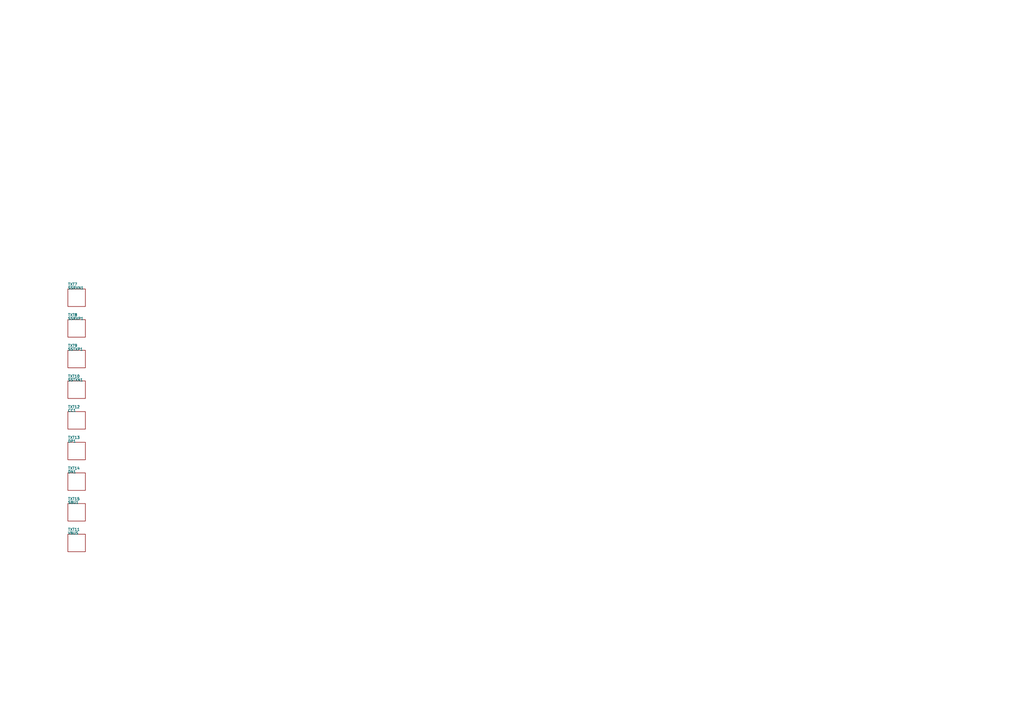
<source format=kicad_sch>
(kicad_sch (version 20230121) (generator jitx)
  (paper "A4")
  (title_block (title "") (date "") (rev "") (company "") (comment 1 "") (comment 2 "") (comment 3 "") (comment 4 ""))
  (lib_symbols
    (symbol "GND"
      (property "Value" "GND" (at -2.54 -3.81 0.0))
      (symbol "GND_1_0"
        (pin power_in line (at 0.0 0.0 270) (length 0.0) (name "GND") (number "~"))
        (polyline (pts (xy 0.0 0.0) (xy 0.0 -1.27)) (stroke (width 0.127)))
        (polyline (pts (xy -1.27 -1.27) (xy 1.27 -1.27)) (stroke (width 0.254)))
        (polyline (pts (xy -0.762 -1.778) (xy 0.762 -1.778)) (stroke (width 0.254)))
        (polyline (pts (xy -0.254 -2.286) (xy 0.254 -2.286)) (stroke (width 0.254)))
      )
    )
    (symbol "header_symbol"
      (property "Reference" "U" (at -2.54 3.81 0.0))
      (property "Value" "header_symbol" (at -2.54 3.175 0.0))
      (symbol "header_symbol_1_0"
        (pin unspecified line (at -5.08 1.27 0) (length 2.54) (name "1") (number "~"))
        (pin unspecified line (at -5.08 -1.27 0) (length 2.54) (name "2") (number "~"))
        (rectangle (start -2.56032 -2.54) (end -0.0203200000000001 2.54) (stroke (width 0.0)))
      )
    )
    (symbol "ALTIUM_POWER_GND_POWER"
      (property "Value" "ALTIUM_POWER_GND_POWER" (at 19.05 -6.35 0.0))
      (symbol "ALTIUM_POWER_GND_POWER_1_0"
        (pin unspecified line (at 0.0 0.0 0) (length 0.0) (name "0") (number "~"))
        (polyline (pts (xy 0.0 0.0) (xy 3.2258 0.0)) (stroke (width 0.127)))
        (polyline (pts (xy 3.2258 -3.556) (xy 3.2258 3.556)) (stroke (width 0.254)))
        (polyline (pts (xy 4.306443 -2.7432) (xy 4.306443 2.7432)) (stroke (width 0.254)))
        (polyline (pts (xy 5.370957 -1.9558) (xy 5.370957 1.9558)) (stroke (width 0.254)))
        (polyline (pts (xy 6.4516 -1.1684) (xy 6.4516 1.1684)) (stroke (width 0.254)))
      )
    )
    (symbol "Sym0402WGJ0750TCE"
      (symbol "Sym0402WGJ0750TCE_1_0"
        (pin unspecified line (at 5.08001016002032 0.0 180) (length 2.54000508001016) (name "2") (number "~"))
        (pin unspecified line (at -5.08001016002032 0.0 0) (length 2.54000508001016) (name "1") (number "~"))
        (rectangle (start -2.54000508001016 -1.01600203200406) (end 2.54000508001016 1.01600203200406) (stroke (width 0.0)))
      )
    )
    (symbol "box_symbol_11L_8R_0T_0B"
      (property "Reference" "U" (at -17.78 16.602 0.0))
      (property "Value" "box_symbol_11L_8R_0T_0B" (at -17.78 15.54 0.0))
      (symbol "box_symbol_11L_8R_0T_0B_1_0"
        (pin unspecified line (at -19.05 12.7 0) (length 2.54) (name "L0") (number "~"))
        (pin unspecified line (at -19.05 10.16 0) (length 2.54) (name "L1") (number "~"))
        (pin unspecified line (at -19.05 7.62 0) (length 2.54) (name "L2") (number "~"))
        (pin unspecified line (at -19.05 5.08 0) (length 2.54) (name "L3") (number "~"))
        (pin unspecified line (at -19.05 2.54 0) (length 2.54) (name "L4") (number "~"))
        (pin unspecified line (at -19.05 0.0 0) (length 2.54) (name "L5") (number "~"))
        (pin unspecified line (at -19.05 -2.54 0) (length 2.54) (name "L6") (number "~"))
        (pin unspecified line (at -19.05 -5.08 0) (length 2.54) (name "L7") (number "~"))
        (pin unspecified line (at -19.05 -7.62 0) (length 2.54) (name "L8") (number "~"))
        (pin unspecified line (at -19.05 -10.16 0) (length 2.54) (name "L9") (number "~"))
        (pin unspecified line (at -19.05 -12.7 0) (length 2.54) (name "L10") (number "~"))
        (pin unspecified line (at 19.05 8.89 180) (length 2.54) (name "R0") (number "~"))
        (pin unspecified line (at 19.05 6.35 180) (length 2.54) (name "R1") (number "~"))
        (pin unspecified line (at 19.05 3.81 180) (length 2.54) (name "R2") (number "~"))
        (pin unspecified line (at 19.05 1.27 180) (length 2.54) (name "R3") (number "~"))
        (pin unspecified line (at 19.05 -1.27 180) (length 2.54) (name "R4") (number "~"))
        (pin unspecified line (at 19.05 -3.81 180) (length 2.54) (name "R5") (number "~"))
        (pin unspecified line (at 19.05 -6.35 180) (length 2.54) (name "R6") (number "~"))
        (pin unspecified line (at 19.05 -8.89 180) (length 2.54) (name "R7") (number "~"))
        (rectangle (start -16.51 -15.24) (end 16.51 15.24) (stroke (width 0.0)))
      )
    )
    (symbol "ground_sym"
      (property "Value" "ground_sym" (at -2.54 -3.81 0.0))
      (symbol "ground_sym_1_0"
        (pin unspecified line (at 0.0 0.0 270) (length 0.0) (name "0") (number "~"))
        (polyline (pts (xy 0.0 0.0) (xy 0.0 -1.27)) (stroke (width 0.127)))
        (polyline (pts (xy -1.27 -1.27) (xy 1.27 -1.27)) (stroke (width 0.254)))
        (polyline (pts (xy -0.762 -1.778) (xy 0.762 -1.778)) (stroke (width 0.254)))
        (polyline (pts (xy -0.254 -2.286) (xy 0.254 -2.286)) (stroke (width 0.254)))
      )
    )
    (symbol "generic_symbol"
      (property "Reference" "U" (at -2.54 3.902 0.0))
      (property "Value" "generic_symbol" (at -2.54 2.84 0.0))
      (symbol "generic_symbol_1_0"
        (rectangle (start -2.54 -2.54) (end 2.54 2.54) (stroke (width 0.0)))
      )
    )
    (symbol "diode_sym"
      (property "Reference" "U" (at 2.54 1.27 0.0))
      (property "Value" "diode_sym" (at 2.54 -1.27 0.0))
      (symbol "diode_sym_1_0"
        (pin unspecified line (at 0.0 2.54 270) (length 0.0) (name "a") (number "~"))
        (pin unspecified line (at 0.0 -2.54 90) (length 0.0) (name "c") (number "~"))
        (circle (center 0.0 0.0) (radius 1.905) (stroke (width 0.0)))
        (polyline (pts (xy 1.27 0.254) (xy 2.286 -0.762)) (stroke (width 0.127)))
        (polyline (pts (xy 1.27 -0.508) (xy 2.286 -1.524)) (stroke (width 0.127)))
        (polyline (pts (xy 1.905 -0.762) (xy 2.286 -0.762) (xy 2.286 -0.381)) (stroke (width 0.127)))
        (polyline (pts (xy 1.905 -1.524) (xy 2.286 -1.524) (xy 2.286 -1.143)) (stroke (width 0.127)))
        (polyline (pts (xy 0.0 2.54) (xy 0.0 1.016)) (stroke (width 0.127)))
        (polyline (pts (xy 0.0 -1.016) (xy 1.27 1.016) (xy -1.27 1.016) (xy 0.0 -1.016)) (stroke (width 0.0)) (fill (type background)))
        (polyline (pts (xy 0.0 -1.016) (xy 0.0 -2.54)) (stroke (width 0.127)))
        (polyline (pts (xy -1.27 -1.016) (xy 1.27 -1.016)) (stroke (width 0.127)))
      )
    )
    (symbol "RS_02K470JT"
      (symbol "RS_02K470JT_1_0"
        (pin unspecified line (at 5.08001016002032 0.0 180) (length 2.54000508001016) (name "2") (number "~"))
        (pin unspecified line (at -5.08001016002032 0.0 0) (length 2.54000508001016) (name "1") (number "~"))
        (rectangle (start -2.54000508001016 -1.01600203200406) (end 2.54000508001016 1.01600203200406) (stroke (width 0.0)))
      )
    )
    (symbol "JITX_symbol"
      (property "Reference" "U" (at -2.54 3.902 0.0))
      (property "Value" "JITX_symbol" (at -2.54 2.84 0.0))
      (symbol "JITX_symbol_1_0"
        (polyline (pts (xy 8.80626775 4.1641535) (xy 9.6444795 5.3075045) (xy 10.64306775 2.736906) (xy 9.40420775 2.7367485) (xy 8.80626775 4.1641535)) (stroke (width 0.0)))
        (polyline (pts (xy 9.6444795 5.3075045) (xy 11.204365675778 7.41173405617841)) (stroke (width 0.0)))
        (arc (start 11.204365675778 7.41173405617841) (mid 11.5715164132218 7.68647346428221) (end 12.02033525 7.780511) (stroke (width 0.0)))
        (polyline (pts (xy 12.02033525 7.780511) (xy 10.7521741568897 7.77915244080762)) (stroke (width 0.0)))
        (arc (start 10.7521741568897 7.77915244080762) (mid 10.3244289019203 7.71659474940583) (end 9.95883526617392 7.48589849585123) (stroke (width 0.0)))
        (polyline (pts (xy 9.95883526617392 7.48589849585123) (xy 9.2135315 6.41686525)) (stroke (width 0.0)))
        (polyline (pts (xy 9.2135315 6.41686525) (xy 9.6444795 5.3075045)) (stroke (width 0.0)))
        (polyline (pts (xy 4.80545275 2.7367835) (xy 5.52213025 2.736801) (xy 6.09744275 6.006396) (xy 7.04751775 6.007796) (xy 7.17619525 6.746366) (xy 6.22827275 6.7467685) (xy 6.35336275 7.4639535) (xy 5.63701775 7.463901) (xy 4.80545275 2.7367835)) (stroke (width 0.0)))
        (arc (start 4.81951158629631 7.46403410472138) (mid 4.56761122169657 7.38909574502682) (end 4.39731705832001 7.1889221969265) (stroke (width 0.0)))
        (polyline (pts (xy 4.39731705832001 7.1889221969265) (xy 4.39731771337896 7.18892347769723)) (stroke (width 0.0)))
        (arc (start 4.39731771337896 7.18892347769723) (mid 4.37903669579069 6.93835280018836) (end 4.54329029777422 6.74824595058332) (stroke (width 0.0)))
        (polyline (pts (xy 4.54329029777422 6.74824595058332) (xy 4.54329042972881 6.74824604286013)) (stroke (width 0.0)))
        (arc (start 4.54329042972881 6.74824604286013) (mid 4.8347064457627 6.7584952028342) (end 5.05014573460892 6.95500029819479) (stroke (width 0.0)))
        (polyline (pts (xy 5.05014573460892 6.95500029819479) (xy 5.0501454400865 6.95500033093321)) (stroke (width 0.0)))
        (arc (start 5.0501454400865 6.95500033093321) (mid 5.11292088648779 7.19473733498076) (end 4.98779016906679 7.4086459400865) (stroke (width 0.0)))
        (polyline (pts (xy 4.98779016906679 7.4086459400865) (xy 4.98779016800714 7.40864611461444)) (stroke (width 0.0)))
        (arc (start 4.98779016800714 7.40864611461444) (mid 4.90690057503162 7.44621327349144) (end 4.81951161284777 7.46403424333775) (stroke (width 0.0)))
        (polyline (pts (xy 4.81951161284777 7.46403424333775) (xy 4.81951158629631 7.46403410472138)) (stroke (width 0.0)))
        (polyline (pts (xy 3.89443775 6.3231635) (xy 3.17699025 6.3231985)) (stroke (width 0.0)))
        (polyline (pts (xy 3.17699025 6.3231985) (xy 2.52209151060913 2.60191506576061)) (stroke (width 0.0)))
        (arc (start 2.52209151060913 2.60191506576061) (mid 2.05675349031717 1.92653195318543) (end 1.2808715 1.660658) (stroke (width 0.0)))
        (polyline (pts (xy 1.2808715 1.660658) (xy 1.16204986761718 0.946150157081704)) (stroke (width 0.0)))
        (arc (start 1.16204986761718 0.946150157081704) (mid 2.47433952610446 1.46740670189427) (end 3.24900260539611 2.64796150657934) (stroke (width 0.0)))
        (polyline (pts (xy 3.24900260539611 2.64796150657934) (xy 3.89443775 6.3231635)) (stroke (width 0.0)))
        (arc (start 4.6536755 2.739566) (mid 4.47355971115545 2.84819051977396) (end 4.42300775 3.05236075) (stroke (width 0.0)))
        (polyline (pts (xy 4.42300775 3.05236075) (xy 4.93274772036982 5.99834598533872)) (stroke (width 0.0)))
        (arc (start 4.93274772036982 5.99834598533872) (mid 4.87164254214732 6.21359196465728) (end 4.67623276466128 6.32258597036982) (stroke (width 0.0)))
        (polyline (pts (xy 4.67623276466128 6.32258597036982) (xy 4.03524193183806 6.32123973631567)) (stroke (width 0.0)))
        (arc (start 4.03524193183806 6.32123973631567) (mid 4.22213158850411 6.21328643348833) (end 4.27976525 6.005296) (stroke (width 0.0)))
        (polyline (pts (xy 4.27976525 6.005296) (xy 3.7661802699951 3.02495606296363)) (stroke (width 0.0)))
        (arc (start 3.7661802699951 3.02495606296363) (mid 3.84086820737184 2.8260933338554) (end 4.03429774834461 2.73828851794516) (stroke (width 0.0)))
        (polyline (pts (xy 4.03429774834461 2.73828851794516) (xy 4.6536755 2.739566)) (stroke (width 0.0)))
        (polyline (pts (xy 8.80626775 4.1641535) (xy 9.6444795 5.3075045)) (stroke (width 0.0)))
        (polyline (pts (xy 9.6444795 5.3075045) (xy 9.2135315 6.41686525)) (stroke (width 0.0)))
        (polyline (pts (xy 9.2135315 6.41686525) (xy 8.68532525 7.776591)) (stroke (width 0.0)))
        (polyline (pts (xy 8.68532525 7.776591) (xy 7.36731275 7.777781)) (stroke (width 0.0)))
        (polyline (pts (xy 7.36731275 7.777781) (xy 8.31381775 5.253301)) (stroke (width 0.0)))
        (polyline (pts (xy 8.31381775 5.253301) (xy 6.69911401210568 3.12239450877699)) (stroke (width 0.0)))
        (arc (start 6.69911401210568 3.12239450877699) (mid 6.34438927313888 2.86083653042072) (end 5.92142775 2.7369585) (stroke (width 0.0)))
        (polyline (pts (xy 5.92142775 2.7369585) (xy 7.20697795987015 2.73714213727357)) (stroke (width 0.0)))
        (arc (start 7.20697795987015 2.73714213727357) (mid 7.6509829133912 2.835530220617) (end 8.01080546865927 3.11364592030973) (stroke (width 0.0)))
        (polyline (pts (xy 8.01080546865927 3.11364592030973) (xy 8.80626775 4.1641535)) (stroke (width 0.0)))
      )
    )
    (symbol "test_point_sym"
      (property "Reference" "U" (at -2.54 1.905 0.0))
      (symbol "test_point_sym_1_0"
        (pin unspecified line (at 2.54 0.0 180) (length 0.0) (name "p") (number "~"))
        (circle (center -1.27 0.0) (radius 0.635) (stroke (width 0.0)))
        (polyline (pts (xy -0.635 0.0) (xy 2.54 0.0)) (stroke (width 0.254)))
      )
    )
    (symbol "RS_02K470JT_1"
      (symbol "RS_02K470JT_1_1_0"
        (pin unspecified line (at 5.08001016002032 0.0 180) (length 2.54000508001016) (name "2") (number "~"))
        (pin unspecified line (at -5.08001016002032 0.0 0) (length 2.54000508001016) (name "1") (number "~"))
        (rectangle (start -2.54000508001016 -1.01600203200406) (end 2.54000508001016 1.01600203200406) (stroke (width 0.0)))
      )
    )
    (symbol "unplated_hole_sym"
      (property "Reference" "U" (at -2.54 1.905 0.0))
      (symbol "unplated_hole_sym_1_0"
        (circle (center -1.27 0.0) (radius 0.635) (stroke (width 0.0)) (fill (type background)))
        (circle (center -1.27 0.0) (radius 1.143) (stroke (width 0.0)))
      )
    )
    (symbol "CC2"
      (property "Reference" "TXT" (at -2.54 3.902 0.0))
      (property "Value" "CC2" (at -2.54 2.84 0.0))
      (symbol "CC2_1_0"
        (rectangle (start -2.54 -2.54) (end 2.54 2.54) (stroke (width 0.0)))
      )
    )
    (symbol "C1096"
      (symbol "C1096_1_0"
        (pin unspecified line (at 5.08001016002032 0.0 180) (length 2.54000508001016) (name "2") (number "2"))
        (pin unspecified line (at -5.08001016002032 0.0 0) (length 2.54000508001016) (name "1") (number "1"))
        (rectangle (start -2.54000508001016 -1.01600203200406) (end 2.54000508001016 1.01600203200406) (stroke (width 0.0)))
      )
    )
    (symbol "LED_maker_ROYGBIV"
      (property "Reference" "LED" (at 2.54 1.27 0.0))
      (property "Value" "LED_maker_ROYGBIV" (at 2.54 -1.27 0.0))
      (symbol "LED_maker_ROYGBIV_1_0"
        (pin unspecified line (at 0.0 2.54 270) (length 0.0) (name "a") (number "1"))
        (pin unspecified line (at 0.0 -2.54 90) (length 0.0) (name "c") (number "2"))
        (circle (center 0.0 0.0) (radius 1.905) (stroke (width 0.0)))
        (polyline (pts (xy 1.27 0.254) (xy 2.286 -0.762)) (stroke (width 0.127)))
        (polyline (pts (xy 1.27 -0.508) (xy 2.286 -1.524)) (stroke (width 0.127)))
        (polyline (pts (xy 1.905 -0.762) (xy 2.286 -0.762) (xy 2.286 -0.381)) (stroke (width 0.127)))
        (polyline (pts (xy 1.905 -1.524) (xy 2.286 -1.524) (xy 2.286 -1.143)) (stroke (width 0.127)))
        (polyline (pts (xy 0.0 2.54) (xy 0.0 1.016)) (stroke (width 0.127)))
        (polyline (pts (xy 0.0 -1.016) (xy 1.27 1.016) (xy -1.27 1.016) (xy 0.0 -1.016)) (stroke (width 0.0)) (fill (type background)))
        (polyline (pts (xy 0.0 -1.016) (xy 0.0 -2.54)) (stroke (width 0.127)))
        (polyline (pts (xy -1.27 -1.016) (xy 1.27 -1.016)) (stroke (width 0.127)))
      )
    )
    (symbol "DP2"
      (property "Reference" "TXT" (at -2.54 3.902 0.0))
      (property "Value" "DP2" (at -2.54 2.84 0.0))
      (symbol "DP2_1_0"
        (rectangle (start -2.54 -2.54) (end 2.54 2.54) (stroke (width 0.0)))
      )
    )
    (symbol "SSRXN1"
      (property "Reference" "TXT" (at -2.54 3.902 0.0))
      (property "Value" "SSRXN1" (at -2.54 2.84 0.0))
      (symbol "SSRXN1_1_0"
        (rectangle (start -2.54 -2.54) (end 2.54 2.54) (stroke (width 0.0)))
      )
    )
    (symbol "SSTXN1"
      (property "Reference" "TXT" (at -2.54 3.902 0.0))
      (property "Value" "SSTXN1" (at -2.54 2.84 0.0))
      (symbol "SSTXN1_1_0"
        (rectangle (start -2.54 -2.54) (end 2.54 2.54) (stroke (width 0.0)))
      )
    )
    (symbol "C1096_1"
      (symbol "C1096_1_1_0"
        (pin unspecified line (at 5.08001016002032 0.0 180) (length 2.54000508001016) (name "2") (number "2"))
        (pin unspecified line (at -5.08001016002032 0.0 0) (length 2.54000508001016) (name "1") (number "1"))
        (rectangle (start -2.54000508001016 -1.01600203200406) (end 2.54000508001016 1.01600203200406) (stroke (width 0.0)))
      )
    )
    (symbol "DN1"
      (property "Reference" "TXT" (at -2.54 3.902 0.0))
      (property "Value" "DN1" (at -2.54 2.84 0.0))
      (symbol "DN1_1_0"
        (rectangle (start -2.54 -2.54) (end 2.54 2.54) (stroke (width 0.0)))
      )
    )
    (symbol "USB_C_Cable_Tester___Version_0_1_2023_03_09"
      (property "Reference" "TXT" (at -2.54 3.902 0.0))
      (property "Value" "USB_C_Cable_Tester___Version_0_1_2023_03_09" (at -2.54 2.84 0.0))
      (symbol "USB_C_Cable_Tester___Version_0_1_2023_03_09_1_0"
        (rectangle (start -2.54 -2.54) (end 2.54 2.54) (stroke (width 0.0)))
      )
    )
    (symbol "SSRXN2"
      (property "Reference" "TXT" (at -2.54 3.902 0.0))
      (property "Value" "SSRXN2" (at -2.54 2.84 0.0))
      (symbol "SSRXN2_1_0"
        (rectangle (start -2.54 -2.54) (end 2.54 2.54) (stroke (width 0.0)))
      )
    )
    (symbol "JITX"
      (property "Reference" "JITX" (at -2.54 3.902 0.0))
      (property "Value" "JITX" (at -2.54 2.84 0.0))
      (symbol "JITX_1_0"
        (polyline (pts (xy 8.80626775 4.1641535) (xy 9.6444795 5.3075045) (xy 10.64306775 2.736906) (xy 9.40420775 2.7367485) (xy 8.80626775 4.1641535)) (stroke (width 0.0)))
        (polyline (pts (xy 9.6444795 5.3075045) (xy 11.204365675778 7.41173405617841)) (stroke (width 0.0)))
        (arc (start 11.204365675778 7.41173405617841) (mid 11.5715164132218 7.68647346428221) (end 12.02033525 7.780511) (stroke (width 0.0)))
        (polyline (pts (xy 12.02033525 7.780511) (xy 10.7521741568897 7.77915244080762)) (stroke (width 0.0)))
        (arc (start 10.7521741568897 7.77915244080762) (mid 10.3244289019203 7.71659474940583) (end 9.95883526617392 7.48589849585123) (stroke (width 0.0)))
        (polyline (pts (xy 9.95883526617392 7.48589849585123) (xy 9.2135315 6.41686525)) (stroke (width 0.0)))
        (polyline (pts (xy 9.2135315 6.41686525) (xy 9.6444795 5.3075045)) (stroke (width 0.0)))
        (polyline (pts (xy 4.80545275 2.7367835) (xy 5.52213025 2.736801) (xy 6.09744275 6.006396) (xy 7.04751775 6.007796) (xy 7.17619525 6.746366) (xy 6.22827275 6.7467685) (xy 6.35336275 7.4639535) (xy 5.63701775 7.463901) (xy 4.80545275 2.7367835)) (stroke (width 0.0)))
        (arc (start 4.81951158629631 7.46403410472138) (mid 4.56761122169657 7.38909574502682) (end 4.39731705832001 7.1889221969265) (stroke (width 0.0)))
        (polyline (pts (xy 4.39731705832001 7.1889221969265) (xy 4.39731771337896 7.18892347769723)) (stroke (width 0.0)))
        (arc (start 4.39731771337896 7.18892347769723) (mid 4.37903669579069 6.93835280018836) (end 4.54329029777422 6.74824595058332) (stroke (width 0.0)))
        (polyline (pts (xy 4.54329029777422 6.74824595058332) (xy 4.54329042972881 6.74824604286013)) (stroke (width 0.0)))
        (arc (start 4.54329042972881 6.74824604286013) (mid 4.8347064457627 6.7584952028342) (end 5.05014573460892 6.95500029819479) (stroke (width 0.0)))
        (polyline (pts (xy 5.05014573460892 6.95500029819479) (xy 5.0501454400865 6.95500033093321)) (stroke (width 0.0)))
        (arc (start 5.0501454400865 6.95500033093321) (mid 5.11292088648779 7.19473733498076) (end 4.98779016906679 7.4086459400865) (stroke (width 0.0)))
        (polyline (pts (xy 4.98779016906679 7.4086459400865) (xy 4.98779016800714 7.40864611461444)) (stroke (width 0.0)))
        (arc (start 4.98779016800714 7.40864611461444) (mid 4.90690057503162 7.44621327349144) (end 4.81951161284777 7.46403424333775) (stroke (width 0.0)))
        (polyline (pts (xy 4.81951161284777 7.46403424333775) (xy 4.81951158629631 7.46403410472138)) (stroke (width 0.0)))
        (polyline (pts (xy 3.89443775 6.3231635) (xy 3.17699025 6.3231985)) (stroke (width 0.0)))
        (polyline (pts (xy 3.17699025 6.3231985) (xy 2.52209151060913 2.60191506576061)) (stroke (width 0.0)))
        (arc (start 2.52209151060913 2.60191506576061) (mid 2.05675349031717 1.92653195318543) (end 1.2808715 1.660658) (stroke (width 0.0)))
        (polyline (pts (xy 1.2808715 1.660658) (xy 1.16204986761718 0.946150157081704)) (stroke (width 0.0)))
        (arc (start 1.16204986761718 0.946150157081704) (mid 2.47433952610446 1.46740670189427) (end 3.24900260539611 2.64796150657934) (stroke (width 0.0)))
        (polyline (pts (xy 3.24900260539611 2.64796150657934) (xy 3.89443775 6.3231635)) (stroke (width 0.0)))
        (arc (start 4.6536755 2.739566) (mid 4.47355971115545 2.84819051977396) (end 4.42300775 3.05236075) (stroke (width 0.0)))
        (polyline (pts (xy 4.42300775 3.05236075) (xy 4.93274772036982 5.99834598533872)) (stroke (width 0.0)))
        (arc (start 4.93274772036982 5.99834598533872) (mid 4.87164254214732 6.21359196465728) (end 4.67623276466128 6.32258597036982) (stroke (width 0.0)))
        (polyline (pts (xy 4.67623276466128 6.32258597036982) (xy 4.03524193183806 6.32123973631567)) (stroke (width 0.0)))
        (arc (start 4.03524193183806 6.32123973631567) (mid 4.22213158850411 6.21328643348833) (end 4.27976525 6.005296) (stroke (width 0.0)))
        (polyline (pts (xy 4.27976525 6.005296) (xy 3.7661802699951 3.02495606296363)) (stroke (width 0.0)))
        (arc (start 3.7661802699951 3.02495606296363) (mid 3.84086820737184 2.8260933338554) (end 4.03429774834461 2.73828851794516) (stroke (width 0.0)))
        (polyline (pts (xy 4.03429774834461 2.73828851794516) (xy 4.6536755 2.739566)) (stroke (width 0.0)))
        (polyline (pts (xy 8.80626775 4.1641535) (xy 9.6444795 5.3075045)) (stroke (width 0.0)))
        (polyline (pts (xy 9.6444795 5.3075045) (xy 9.2135315 6.41686525)) (stroke (width 0.0)))
        (polyline (pts (xy 9.2135315 6.41686525) (xy 8.68532525 7.776591)) (stroke (width 0.0)))
        (polyline (pts (xy 8.68532525 7.776591) (xy 7.36731275 7.777781)) (stroke (width 0.0)))
        (polyline (pts (xy 7.36731275 7.777781) (xy 8.31381775 5.253301)) (stroke (width 0.0)))
        (polyline (pts (xy 8.31381775 5.253301) (xy 6.69911401210568 3.12239450877699)) (stroke (width 0.0)))
        (arc (start 6.69911401210568 3.12239450877699) (mid 6.34438927313888 2.86083653042072) (end 5.92142775 2.7369585) (stroke (width 0.0)))
        (polyline (pts (xy 5.92142775 2.7369585) (xy 7.20697795987015 2.73714213727357)) (stroke (width 0.0)))
        (arc (start 7.20697795987015 2.73714213727357) (mid 7.6509829133912 2.835530220617) (end 8.01080546865927 3.11364592030973) (stroke (width 0.0)))
        (polyline (pts (xy 8.01080546865927 3.11364592030973) (xy 8.80626775 4.1641535)) (stroke (width 0.0)))
      )
    )
    (symbol "component"
      (property "Reference" "B" (at -2.54 3.81 0.0))
      (property "Value" "component" (at -2.54 3.175 0.0))
      (symbol "component_1_0"
        (pin unspecified line (at -5.08 1.27 0) (length 2.54) (name "power_vdd") (number "1"))
        (pin unspecified line (at -5.08 -1.27 0) (length 2.54) (name "power_gnd") (number "2"))
        (rectangle (start -2.56032 -2.54) (end -0.0203200000000001 2.54) (stroke (width 0.0)))
      )
    )
    (symbol "gen_testpad"
      (property "Reference" "U" (at -2.54 1.905 0.0))
      (symbol "gen_testpad_1_0"
        (pin unspecified line (at 2.54 0.0 180) (length 0.0) (name "p") (number "tp"))
        (circle (center -1.27 0.0) (radius 0.635) (stroke (width 0.0)))
        (polyline (pts (xy -0.635 0.0) (xy 2.54 0.0)) (stroke (width 0.254)))
      )
    )
    (symbol "DN2"
      (property "Reference" "TXT" (at -2.54 3.902 0.0))
      (property "Value" "DN2" (at -2.54 2.84 0.0))
      (symbol "DN2_1_0"
        (rectangle (start -2.54 -2.54) (end 2.54 2.54) (stroke (width 0.0)))
      )
    )
    (symbol "SSRXP1"
      (property "Reference" "TXT" (at -2.54 3.902 0.0))
      (property "Value" "SSRXP1" (at -2.54 2.84 0.0))
      (symbol "SSRXP1_1_0"
        (rectangle (start -2.54 -2.54) (end 2.54 2.54) (stroke (width 0.0)))
      )
    )
    (symbol "Generic_Mounting_Hole"
      (property "Reference" "U" (at -2.54 1.905 0.0))
      (symbol "Generic_Mounting_Hole_1_0"
        (circle (center -1.27 0.0) (radius 0.635) (stroke (width 0.0)) (fill (type background)))
        (circle (center -1.27 0.0) (radius 1.143) (stroke (width 0.0)))
      )
    )
    (symbol "CC1"
      (property "Reference" "TXT" (at -2.54 3.902 0.0))
      (property "Value" "CC1" (at -2.54 2.84 0.0))
      (symbol "CC1_1_0"
        (rectangle (start -2.54 -2.54) (end 2.54 2.54) (stroke (width 0.0)))
      )
    )
    (symbol "SSTXP2"
      (property "Reference" "TXT" (at -2.54 3.902 0.0))
      (property "Value" "SSTXP2" (at -2.54 2.84 0.0))
      (symbol "SSTXP2_1_0"
        (rectangle (start -2.54 -2.54) (end 2.54 2.54) (stroke (width 0.0)))
      )
    )
    (symbol "SBU1"
      (property "Reference" "TXT" (at -2.54 3.902 0.0))
      (property "Value" "SBU1" (at -2.54 2.84 0.0))
      (symbol "SBU1_1_0"
        (rectangle (start -2.54 -2.54) (end 2.54 2.54) (stroke (width 0.0)))
      )
    )
    (symbol "SSRXP2"
      (property "Reference" "TXT" (at -2.54 3.902 0.0))
      (property "Value" "SSRXP2" (at -2.54 2.84 0.0))
      (symbol "SSRXP2_1_0"
        (rectangle (start -2.54 -2.54) (end 2.54 2.54) (stroke (width 0.0)))
      )
    )
    (symbol "component_1"
      (property "Reference" "U" (at -17.78 16.602 0.0))
      (property "Value" "component_1" (at -17.78 15.54 0.0))
      (symbol "component_1_1_0"
        (pin unspecified line (at -19.05 12.7 0) (length 2.54) (name "usb-c-pinout_SSRXN2") (number "A10"))
        (pin unspecified line (at -19.05 10.16 0) (length 2.54) (name "usb-c-pinout_SSRXP2") (number "A11"))
        (pin unspecified line (at -19.05 7.62 0) (length 2.54) (name "usb-c-pinout_GND") (number "B1"))
        (pin unspecified line (at -19.05 7.62 0) (length 0.0) (name "usb-c-pinout_GND") (number "B12"))
        (pin unspecified line (at -19.05 7.62 0) (length 0.0) (name "usb-c-pinout_GND") (number "A1"))
        (pin unspecified line (at -19.05 7.62 0) (length 0.0) (name "usb-c-pinout_GND") (number "A12"))
        (pin unspecified line (at -19.05 5.08 0) (length 2.54) (name "usb-c-pinout_SSTXP1") (number "A2"))
        (pin unspecified line (at -19.05 2.54 0) (length 2.54) (name "usb-c-pinout_SSTXN1") (number "A3"))
        (pin unspecified line (at -19.05 0.0 0) (length 2.54) (name "usb-c-pinout_CC1") (number "A5"))
        (pin unspecified line (at -19.05 -2.54 0) (length 2.54) (name "usb-c-pinout_DP1") (number "A6"))
        (pin unspecified line (at -19.05 -5.08 0) (length 2.54) (name "usb-c-pinout_DN1") (number "A7"))
        (pin unspecified line (at -19.05 -7.62 0) (length 2.54) (name "usb-c-pinout_SBU1") (number "A8"))
        (pin unspecified line (at -19.05 -10.16 0) (length 2.54) (name "usb-c-pinout_VBUS") (number "B4"))
        (pin unspecified line (at -19.05 -10.16 0) (length 0.0) (name "usb-c-pinout_VBUS") (number "B9"))
        (pin unspecified line (at -19.05 -10.16 0) (length 0.0) (name "usb-c-pinout_VBUS") (number "A4"))
        (pin unspecified line (at -19.05 -10.16 0) (length 0.0) (name "usb-c-pinout_VBUS") (number "A9"))
        (pin unspecified line (at -19.05 -12.7 0) (length 2.54) (name "usb-c-pinout_shield") (number "S1"))
        (pin unspecified line (at -19.05 -12.7 0) (length 0.0) (name "usb-c-pinout_shield") (number "S2"))
        (pin unspecified line (at -19.05 -12.7 0) (length 0.0) (name "usb-c-pinout_shield") (number "S3"))
        (pin unspecified line (at -19.05 -12.7 0) (length 0.0) (name "usb-c-pinout_shield") (number "S4"))
        (pin unspecified line (at 19.05 8.89 180) (length 2.54) (name "usb-c-pinout_SSRXN1") (number "B10"))
        (pin unspecified line (at 19.05 6.35 180) (length 2.54) (name "usb-c-pinout_SSRXP1") (number "B11"))
        (pin unspecified line (at 19.05 3.81 180) (length 2.54) (name "usb-c-pinout_SSTXP2") (number "B2"))
        (pin unspecified line (at 19.05 1.27 180) (length 2.54) (name "usb-c-pinout_SSTXN2") (number "B3"))
        (pin unspecified line (at 19.05 -1.27 180) (length 2.54) (name "usb-c-pinout_CC2") (number "B5"))
        (pin unspecified line (at 19.05 -3.81 180) (length 2.54) (name "usb-c-pinout_DP2") (number "B6"))
        (pin unspecified line (at 19.05 -6.35 180) (length 2.54) (name "usb-c-pinout_DN2") (number "B7"))
        (pin unspecified line (at 19.05 -8.89 180) (length 2.54) (name "usb-c-pinout_SBU2") (number "B8"))
        (rectangle (start -16.51 -15.24) (end 16.51 15.24) (stroke (width 0.0)))
      )
    )
    (symbol "LED_maker_ROYGBIV_1"
      (property "Reference" "LED" (at 2.54 1.27 0.0))
      (property "Value" "LED_maker_ROYGBIV_1" (at 2.54 -1.27 0.0))
      (symbol "LED_maker_ROYGBIV_1_1_0"
        (pin unspecified line (at 0.0 2.54 270) (length 0.0) (name "a") (number "1"))
        (pin unspecified line (at 0.0 -2.54 90) (length 0.0) (name "c") (number "2"))
        (circle (center 0.0 0.0) (radius 1.905) (stroke (width 0.0)))
        (polyline (pts (xy 1.27 0.254) (xy 2.286 -0.762)) (stroke (width 0.127)))
        (polyline (pts (xy 1.27 -0.508) (xy 2.286 -1.524)) (stroke (width 0.127)))
        (polyline (pts (xy 1.905 -0.762) (xy 2.286 -0.762) (xy 2.286 -0.381)) (stroke (width 0.127)))
        (polyline (pts (xy 1.905 -1.524) (xy 2.286 -1.524) (xy 2.286 -1.143)) (stroke (width 0.127)))
        (polyline (pts (xy 0.0 2.54) (xy 0.0 1.016)) (stroke (width 0.127)))
        (polyline (pts (xy 0.0 -1.016) (xy 1.27 1.016) (xy -1.27 1.016) (xy 0.0 -1.016)) (stroke (width 0.0)) (fill (type background)))
        (polyline (pts (xy 0.0 -1.016) (xy 0.0 -2.54)) (stroke (width 0.127)))
        (polyline (pts (xy -1.27 -1.016) (xy 1.27 -1.016)) (stroke (width 0.127)))
      )
    )
    (symbol "SSTXN2"
      (property "Reference" "TXT" (at -2.54 3.902 0.0))
      (property "Value" "SSTXN2" (at -2.54 2.84 0.0))
      (symbol "SSTXN2_1_0"
        (rectangle (start -2.54 -2.54) (end 2.54 2.54) (stroke (width 0.0)))
      )
    )
    (symbol "SBU2"
      (property "Reference" "TXT" (at -2.54 3.902 0.0))
      (property "Value" "SBU2" (at -2.54 2.84 0.0))
      (symbol "SBU2_1_0"
        (rectangle (start -2.54 -2.54) (end 2.54 2.54) (stroke (width 0.0)))
      )
    )
    (symbol "SSTXP1"
      (property "Reference" "TXT" (at -2.54 3.902 0.0))
      (property "Value" "SSTXP1" (at -2.54 2.84 0.0))
      (symbol "SSTXP1_1_0"
        (rectangle (start -2.54 -2.54) (end 2.54 2.54) (stroke (width 0.0)))
      )
    )
    (symbol "DP1"
      (property "Reference" "TXT" (at -2.54 3.902 0.0))
      (property "Value" "DP1" (at -2.54 2.84 0.0))
      (symbol "DP1_1_0"
        (rectangle (start -2.54 -2.54) (end 2.54 2.54) (stroke (width 0.0)))
      )
    )
    (symbol "C25180"
      (symbol "C25180_1_0"
        (pin unspecified line (at 5.08001016002032 0.0 180) (length 2.54000508001016) (name "2") (number "2"))
        (pin unspecified line (at -5.08001016002032 0.0 0) (length 2.54000508001016) (name "1") (number "1"))
        (rectangle (start -2.54000508001016 -1.01600203200406) (end 2.54000508001016 1.01600203200406) (stroke (width 0.0)))
      )
    )
    (symbol "LED_maker_ROYGBIV_2"
      (property "Reference" "LED" (at 2.54 1.27 0.0))
      (property "Value" "LED_maker_ROYGBIV_2" (at 2.54 -1.27 0.0))
      (symbol "LED_maker_ROYGBIV_2_1_0"
        (pin unspecified line (at 0.0 2.54 270) (length 0.0) (name "a") (number "1"))
        (pin unspecified line (at 0.0 -2.54 90) (length 0.0) (name "c") (number "2"))
        (circle (center 0.0 0.0) (radius 1.905) (stroke (width 0.0)))
        (polyline (pts (xy 1.27 0.254) (xy 2.286 -0.762)) (stroke (width 0.127)))
        (polyline (pts (xy 1.27 -0.508) (xy 2.286 -1.524)) (stroke (width 0.127)))
        (polyline (pts (xy 1.905 -0.762) (xy 2.286 -0.762) (xy 2.286 -0.381)) (stroke (width 0.127)))
        (polyline (pts (xy 1.905 -1.524) (xy 2.286 -1.524) (xy 2.286 -1.143)) (stroke (width 0.127)))
        (polyline (pts (xy 0.0 2.54) (xy 0.0 1.016)) (stroke (width 0.127)))
        (polyline (pts (xy 0.0 -1.016) (xy 1.27 1.016) (xy -1.27 1.016) (xy 0.0 -1.016)) (stroke (width 0.0)) (fill (type background)))
        (polyline (pts (xy 0.0 -1.016) (xy 0.0 -2.54)) (stroke (width 0.127)))
        (polyline (pts (xy -1.27 -1.016) (xy 1.27 -1.016)) (stroke (width 0.127)))
      )
    )
    (symbol "VBUS"
      (property "Reference" "TXT" (at -2.54 3.902 0.0))
      (property "Value" "VBUS" (at -2.54 2.84 0.0))
      (symbol "VBUS_1_0"
        (rectangle (start -2.54 -2.54) (end 2.54 2.54) (stroke (width 0.0)))
      )
    )
    (symbol "GND_usb"
      (property "Reference" "TXT" (at -2.54 3.902 0.0))
      (property "Value" "GND_usb" (at -2.54 2.84 0.0))
      (symbol "GND_usb_1_0"
        (rectangle (start -2.54 -2.54) (end 2.54 2.54) (stroke (width 0.0)))
      )
    )
  )
  (symbol (lib_id "VBUS") (at 22.225 157.48 0.0) (unit 1)
    (property "Reference" "TXT11" (at 19.685 153.578 0.0) (effects (font (size 0.762 0.762)) (justify left)))
    (property "Value" "VBUS" (at 19.685 154.64 0.0) (effects (font (size 0.762 0.762)) (justify left)))
    (property "Footprint" "CAD:TEXT_LP_18" (effects hide))
    (property "Name" "test-led_my-label" (effects hide))
    (property "Description" "VBUS" (effects hide))
    (property "Manufacturer" "non-BOM" (effects hide))
    (property "MPN" "VBUS" (effects hide))
    (property "Reference-prefix" "TXT" (effects hide))
  )
  (symbol (lib_id "SBU1") (at 22.225 148.59 0.0) (unit 1)
    (property "Reference" "TXT15" (at 19.685 144.688 0.0) (effects (font (size 0.762 0.762)) (justify left)))
    (property "Value" "SBU1" (at 19.685 145.75 0.0) (effects (font (size 0.762 0.762)) (justify left)))
    (property "Footprint" "CAD:TEXT_LP_12" (effects hide))
    (property "Name" "test-led_my-label" (effects hide))
    (property "Description" "SBU1" (effects hide))
    (property "Manufacturer" "non-BOM" (effects hide))
    (property "MPN" "SBU1" (effects hide))
    (property "Reference-prefix" "TXT" (effects hide))
  )
  (symbol (lib_id "DN1") (at 22.225 139.7 0.0) (unit 1)
    (property "Reference" "TXT14" (at 19.685 135.798 0.0) (effects (font (size 0.762 0.762)) (justify left)))
    (property "Value" "DN1" (at 19.685 136.86 0.0) (effects (font (size 0.762 0.762)) (justify left)))
    (property "Footprint" "CAD:TEXT_LP_5" (effects hide))
    (property "Name" "test-led_my-label" (effects hide))
    (property "Description" "DN1" (effects hide))
    (property "Manufacturer" "non-BOM" (effects hide))
    (property "MPN" "DN1" (effects hide))
    (property "Reference-prefix" "TXT" (effects hide))
  )
  (symbol (lib_id "DP1") (at 22.225 130.81 0.0) (unit 1)
    (property "Reference" "TXT13" (at 19.685 126.908 0.0) (effects (font (size 0.762 0.762)) (justify left)))
    (property "Value" "DP1" (at 19.685 127.97 0.0) (effects (font (size 0.762 0.762)) (justify left)))
    (property "Footprint" "CAD:TEXT_LP_17" (effects hide))
    (property "Name" "test-led_my-label" (effects hide))
    (property "Description" "DP1" (effects hide))
    (property "Manufacturer" "non-BOM" (effects hide))
    (property "MPN" "DP1" (effects hide))
    (property "Reference-prefix" "TXT" (effects hide))
  )
  (symbol (lib_id "CC1") (at 22.225 121.92 0.0) (unit 1)
    (property "Reference" "TXT12" (at 19.685 118.018 0.0) (effects (font (size 0.762 0.762)) (justify left)))
    (property "Value" "CC1" (at 19.685 119.08 0.0) (effects (font (size 0.762 0.762)) (justify left)))
    (property "Footprint" "CAD:TEXT_LP_10" (effects hide))
    (property "Name" "test-led_my-label" (effects hide))
    (property "Description" "CC1" (effects hide))
    (property "Manufacturer" "non-BOM" (effects hide))
    (property "MPN" "CC1" (effects hide))
    (property "Reference-prefix" "TXT" (effects hide))
  )
  (symbol (lib_id "SSTXN1") (at 22.225 113.03 0.0) (unit 1)
    (property "Reference" "TXT10" (at 19.685 109.128 0.0) (effects (font (size 0.762 0.762)) (justify left)))
    (property "Value" "SSTXN1" (at 19.685 110.19 0.0) (effects (font (size 0.762 0.762)) (justify left)))
    (property "Footprint" "CAD:TEXT_LP_4" (effects hide))
    (property "Name" "test-led_my-label" (effects hide))
    (property "Description" "SSTXN1" (effects hide))
    (property "Manufacturer" "non-BOM" (effects hide))
    (property "MPN" "SSTXN1" (effects hide))
    (property "Reference-prefix" "TXT" (effects hide))
  )
  (symbol (lib_id "SSTXP1") (at 22.225 104.14 0.0) (unit 1)
    (property "Reference" "TXT9" (at 19.685 100.238 0.0) (effects (font (size 0.762 0.762)) (justify left)))
    (property "Value" "SSTXP1" (at 19.685 101.3 0.0) (effects (font (size 0.762 0.762)) (justify left)))
    (property "Footprint" "CAD:TEXT_LP_16" (effects hide))
    (property "Name" "test-led_my-label" (effects hide))
    (property "Description" "SSTXP1" (effects hide))
    (property "Manufacturer" "non-BOM" (effects hide))
    (property "MPN" "SSTXP1" (effects hide))
    (property "Reference-prefix" "TXT" (effects hide))
  )
  (symbol (lib_id "SSRXP1") (at 22.225 95.25 0.0) (unit 1)
    (property "Reference" "TXT8" (at 19.685 91.348 0.0) (effects (font (size 0.762 0.762)) (justify left)))
    (property "Value" "SSRXP1" (at 19.685 92.41 0.0) (effects (font (size 0.762 0.762)) (justify left)))
    (property "Footprint" "CAD:TEXT_LP_9" (effects hide))
    (property "Name" "test-led_my-label" (effects hide))
    (property "Description" "SSRXP1" (effects hide))
    (property "Manufacturer" "non-BOM" (effects hide))
    (property "MPN" "SSRXP1" (effects hide))
    (property "Reference-prefix" "TXT" (effects hide))
  )
  (symbol (lib_id "SSRXN1") (at 22.225 86.36 0.0) (unit 1)
    (property "Reference" "TXT7" (at 19.685 82.458 0.0) (effects (font (size 0.762 0.762)) (justify left)))
    (property "Value" "SSRXN1" (at 19.685 83.52 0.0) (effects (font (size 0.762 0.762)) (justify left)))
    (property "Footprint" "CAD:TEXT_LP_3" (effects hide))
    (property "Name" "test-led_my-label" (effects hide))
    (property "Description" "SSRXN1" (effects hide))
    (property "Manufacturer" "non-BOM" (effects hide))
    (property "MPN" "SSRXN1" (effects hide))
    (property "Reference-prefix" "TXT" (effects hide))
  )
)
</source>
